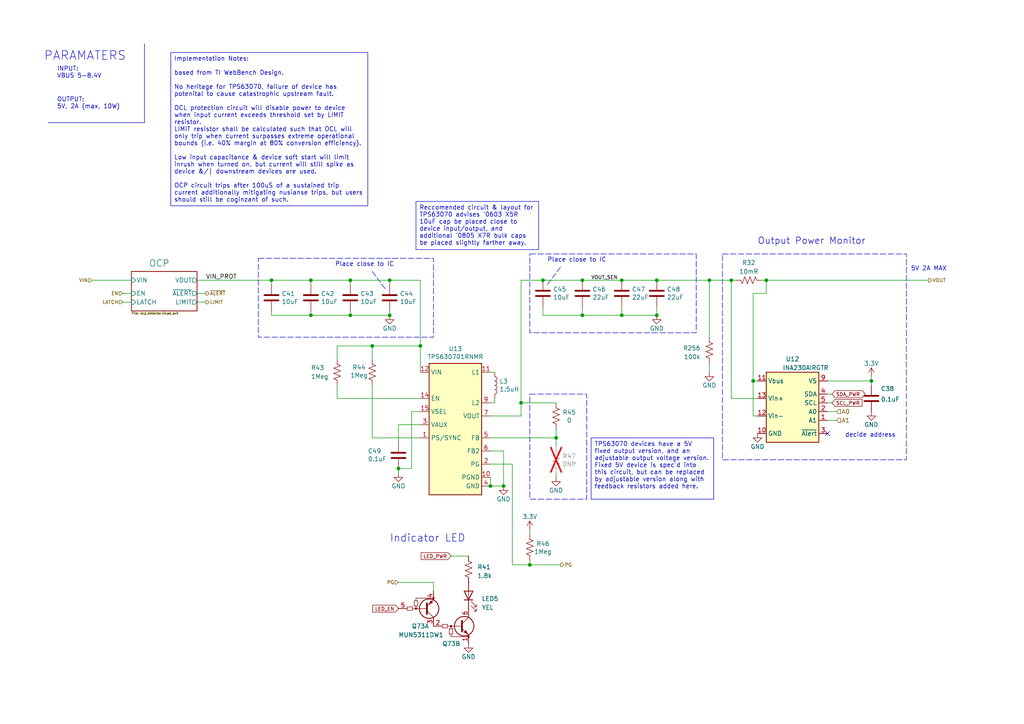
<source format=kicad_sch>
(kicad_sch (version 20230121) (generator eeschema)
  (paper "A4")
  (title_block (company "Sierra Lobo INC."))
  (lib_symbols
    (symbol "Device:C" (pin_numbers hide) (pin_names (offset 0.254))
      (property "Reference" "C" (at 0.635 2.54 0))
      (property "Value" "C" (at 0.635 -2.54 0))
      (symbol "C_0_1"
        (polyline (pts (xy -2.032 -0.762) (xy 2.032 -0.762)) (stroke (width 0.508)))
        (polyline (pts (xy -2.032 0.762) (xy 2.032 0.762)) (stroke (width 0.508)))
      )
      (symbol "C_1_1"
        (pin passive line (at 0 3.81 270) (length 2.794) (name "~") (number "1"))
        (pin passive line (at 0 -3.81 90) (length 2.794) (name "~") (number "2"))
      )
    )
    (symbol "Device:L" (pin_numbers hide) (pin_names (offset 1.016) hide)
      (property "Reference" "L" (at -1.27 0 90))
      (property "Value" "L" (at 1.905 0 90))
      (symbol "L_0_1"
        (arc (start 0 -2.54) (mid 0.6323 -1.905) (end 0 -1.27))
        (arc (start 0 -1.27) (mid 0.6323 -0.635) (end 0 0))
        (arc (start 0 0) (mid 0.6323 0.635) (end 0 1.27))
        (arc (start 0 1.27) (mid 0.6323 1.905) (end 0 2.54))
      )
      (symbol "L_1_1"
        (pin passive line (at 0 3.81 270) (length 1.27) (name "1") (number "1"))
        (pin passive line (at 0 -3.81 90) (length 1.27) (name "2") (number "2"))
      )
    )
    (symbol "Device:LED" (pin_numbers hide) (pin_names (offset 1.016) hide)
      (property "Reference" "D" (at 0 2.54 0))
      (property "Value" "LED" (at 0 -2.54 0))
      (symbol "LED_0_1"
        (polyline (pts (xy -1.27 -1.27) (xy -1.27 1.27)) (stroke (width 0.254)))
        (polyline (pts (xy -1.27 0) (xy 1.27 0)))
        (polyline (pts (xy 1.27 -1.27) (xy 1.27 1.27) (xy -1.27 0) (xy 1.27 -1.27)) (stroke (width 0.254)))
        (polyline (pts (xy -3.048 -0.762) (xy -4.572 -2.286) (xy -3.81 -2.286) (xy -4.572 -2.286) (xy -4.572 -1.524)))
        (polyline (pts (xy -1.778 -0.762) (xy -3.302 -2.286) (xy -2.54 -2.286) (xy -3.302 -2.286) (xy -3.302 -1.524)))
      )
      (symbol "LED_1_1"
        (pin passive line (at -3.81 0 0) (length 2.54) (name "K") (number "1"))
        (pin passive line (at 3.81 0 180) (length 2.54) (name "A") (number "2"))
      )
    )
    (symbol "Device:R_US" (pin_numbers hide) (pin_names (offset 0))
      (property "Reference" "R" (at 2.54 0 90))
      (property "Value" "R_US" (at -2.54 0 90))
      (symbol "R_US_0_1"
        (polyline (pts (xy 0 -2.286) (xy 0 -2.54)))
        (polyline (pts (xy 0 2.286) (xy 0 2.54)))
        (polyline (pts (xy 0 -0.762) (xy 1.016 -1.143) (xy 0 -1.524) (xy -1.016 -1.905) (xy 0 -2.286)))
        (polyline (pts (xy 0 0.762) (xy 1.016 0.381) (xy 0 0) (xy -1.016 -0.381) (xy 0 -0.762)))
        (polyline (pts (xy 0 2.286) (xy 1.016 1.905) (xy 0 1.524) (xy -1.016 1.143) (xy 0 0.762)))
      )
      (symbol "R_US_1_1"
        (pin passive line (at 0 3.81 270) (length 1.27) (name "~") (number "1"))
        (pin passive line (at 0 -3.81 90) (length 1.27) (name "~") (number "2"))
      )
    )
    (symbol "SierraLobo:INA230AxRGT"
      (property "Reference" "U" (at 1.27 1.27 0))
      (property "Value" "INA226A" (at 11.43 1.27 0))
      (symbol "INA230AxRGT_0_1"
        (rectangle (start 0 0) (end 15.24 -20.32) (stroke (width 0.254)) (fill (type background)))
      )
      (symbol "INA230AxRGT_1_1"
        (pin input line (at 17.78 -13.97 180) (length 2.54) (name "A1") (number "1"))
        (pin power_in line (at -2.54 -17.78 0) (length 2.54) (name "GND") (number "10"))
        (pin input line (at -2.54 -2.54 0) (length 2.54) (name "Vbus") (number "11"))
        (pin input line (at -2.54 -12.7 0) (length 2.54) (name "Vin-") (number "12"))
        (pin input line (at -2.54 -7.62 0) (length 2.54) (name "Vin+") (number "13"))
        (pin power_in line (at -2.54 -17.78 0) (length 2.54) hide (name "EP") (number "17"))
        (pin input line (at 17.78 -11.43 180) (length 2.54) (name "A0") (number "2"))
        (pin open_collector line (at 17.78 -17.78 180) (length 2.54) (name "~{Alert}") (number "3"))
        (pin bidirectional line (at 17.78 -6.35 180) (length 2.54) (name "SDA") (number "4"))
        (pin input line (at 17.78 -8.89 180) (length 2.54) (name "SCL") (number "5"))
        (pin power_in line (at 17.78 -2.54 180) (length 2.54) (name "VS") (number "9"))
      )
    )
    (symbol "SierraLobo:MUN5312DW1" (pin_names hide)
      (property "Reference" "Q" (at 3.81 1.27 0))
      (property "Value" "MUN5311DW1" (at 3.81 -1.27 0))
      (symbol "MUN5312DW1_0_1"
        (rectangle (start -6.35 0.508) (end -4.826 -0.508))
        (rectangle (start -4.318 -2.286) (end -3.302 -0.762))
        (circle (center -3.81 0) (radius 0.254) (fill (type outline)))
        (polyline (pts (xy -3.81 -0.762) (xy -3.81 0)))
        (polyline (pts (xy -0.762 0) (xy -4.826 0)))
        (polyline (pts (xy -0.635 1.524) (xy -0.635 -1.524)) (stroke (width 0.508)))
        (polyline (pts (xy -3.81 -2.286) (xy -3.81 -3.048) (xy 1.27 -3.048)))
        (circle (center 1.27 -3.048) (radius 0.254) (fill (type outline)))
      )
      (symbol "MUN5312DW1_1_1"
        (polyline (pts (xy -0.635 0.635) (xy 1.27 2.54)))
        (polyline (pts (xy -0.635 -0.635) (xy 1.27 -2.54) (xy 1.27 -2.54)))
        (polyline (pts (xy 1.016 -1.778) (xy 0.508 -2.286) (xy 0 -1.27) (xy 1.016 -1.778) (xy 1.016 -1.778)) (fill (type outline)))
        (circle (center 0 0) (radius 2.8194) (stroke (width 0.254)))
        (pin passive line (at 1.27 5.08 270) (length 2.54) (name "C1") (number "3"))
        (pin passive line (at 1.27 -5.08 90) (length 2.54) (name "E1") (number "4"))
        (pin input line (at -8.89 0 0) (length 2.54) (name "B1") (number "5"))
      )
      (symbol "MUN5312DW1_2_1"
        (polyline (pts (xy -0.635 0.635) (xy 1.27 2.54)))
        (polyline (pts (xy -0.635 -0.635) (xy 1.27 -2.54) (xy 1.27 -2.54)))
        (polyline (pts (xy 0 -1.778) (xy 0.508 -1.27) (xy 1.016 -2.286) (xy 0 -1.778) (xy 0 -1.778)) (fill (type outline)))
        (circle (center 0 0) (radius 2.8194) (stroke (width 0.254)))
        (pin passive line (at 1.27 -5.08 90) (length 2.54) (name "E2") (number "1"))
        (pin input line (at -8.89 0 0) (length 2.54) (name "B2") (number "2"))
        (pin passive line (at 1.27 5.08 270) (length 2.54) (name "C2") (number "6"))
      )
    )
    (symbol "SierraLobo:TPS63070"
      (property "Reference" "U" (at -7.62 13.97 0))
      (property "Value" "TPS63070" (at 2.54 13.97 0))
      (symbol "TPS63070_0_1"
        (rectangle (start -7.62 12.7) (end 7.62 -25.4) (stroke (width 0.254)) (fill (type background)))
      )
      (symbol "TPS63070_1_1"
        (pin input line (at -10.16 -8.89 0) (length 2.54) (name "PS/SYNC") (number "1"))
        (pin power_in line (at 10.16 -20.32 180) (length 2.54) (name "PGND") (number "10"))
        (pin input line (at 10.16 10.16 180) (length 2.54) (name "L1") (number "11"))
        (pin power_in line (at -10.16 10.16 0) (length 2.54) (name "VIN") (number "12"))
        (pin input line (at -10.16 2.54 0) (length 2.54) (name "EN") (number "14"))
        (pin passive line (at -10.16 -1.27 0) (length 2.54) (name "VSEL") (number "15"))
        (pin output line (at 10.16 -16.51 180) (length 2.54) (name "PG") (number "2"))
        (pin passive line (at -10.16 -5.08 0) (length 2.54) (name "VAUX") (number "3"))
        (pin power_in line (at 10.16 -22.86 180) (length 2.54) (name "GND") (number "4"))
        (pin input line (at 10.16 -8.89 180) (length 2.54) (name "FB") (number "5"))
        (pin input line (at 10.16 -12.7 180) (length 2.54) (name "FB2") (number "6"))
        (pin power_out line (at 10.16 -2.54 180) (length 2.54) (name "VOUT") (number "7"))
        (pin input line (at 10.16 1.27 180) (length 2.54) (name "L2") (number "9"))
      )
    )
    (symbol "mainboard:3.3V" (power) (pin_names (offset 1.016))
      (property "Value" "3.3V" (at -1.016 3.556 0))
      (symbol "3.3V_1_0"
        (polyline (pts (xy 0 2.54) (xy -0.762 1.27)))
        (polyline (pts (xy 0.762 1.27) (xy 0 2.54)))
        (pin power_in line (at 0 0 90) (length 2.54) (name "3.3V") (number "1"))
      )
    )
    (symbol "power:GND" (power) (pin_names (offset 0))
      (property "Value" "GND" (at 0 -3.81 0))
      (symbol "GND_0_1"
        (polyline (pts (xy 0 0) (xy 0 -1.27) (xy 1.27 -1.27) (xy 0 -2.54) (xy -1.27 -1.27) (xy 0 -1.27)))
      )
      (symbol "GND_1_1"
        (pin power_in line (at 0 0 270) (length 0) hide (name "GND") (number "1"))
      )
    )
  )
  (junction (at 190.5 81.28))
  (junction (at 168.91 81.28))
  (junction (at 212.09 81.28))
  (junction (at 115.57 135.89))
  (junction (at 190.5 91.44))
  (junction (at 78.74 81.28))
  (junction (at 113.03 91.44))
  (junction (at 142.24 140.97))
  (junction (at 151.13 116.84))
  (junction (at 113.03 81.28))
  (junction (at 205.74 81.28))
  (junction (at 252.73 110.49))
  (junction (at 168.91 91.44))
  (junction (at 107.95 100.33))
  (junction (at 90.17 91.44))
  (junction (at 157.48 81.28))
  (junction (at 161.29 127))
  (junction (at 101.6 91.44))
  (junction (at 101.6 81.28))
  (junction (at 90.17 81.28))
  (junction (at 146.05 140.97))
  (junction (at 153.67 163.83))
  (junction (at 180.34 81.28))
  (junction (at 180.34 91.44))
  (junction (at 121.92 100.33))
  (junction (at 222.25 81.28))
  (junction (at 218.44 110.49))
  (no_connect (at 240.03 125.73))
  (wire (pts (xy 151.13 81.28) (xy 157.48 81.28)))
  (wire (pts (xy 151.13 116.84) (xy 151.13 120.65)))
  (polyline (pts (xy 13.97 35.56) (xy 41.91 35.56)))
  (wire (pts (xy 212.09 115.57) (xy 219.71 115.57)))
  (wire (pts (xy 115.57 123.19) (xy 115.57 128.27)))
  (wire (pts (xy 78.74 90.17) (xy 78.74 91.44)))
  (wire (pts (xy 78.74 91.44) (xy 90.17 91.44)))
  (wire (pts (xy 142.24 127) (xy 161.29 127)))
  (wire (pts (xy 130.81 161.29) (xy 135.89 161.29)))
  (wire (pts (xy 242.57 119.38) (xy 240.03 119.38)))
  (wire (pts (xy 57.15 87.63) (xy 59.69 87.63)))
  (wire (pts (xy 146.05 140.97) (xy 146.05 130.81)))
  (wire (pts (xy 153.67 163.83) (xy 162.56 163.83)))
  (polyline (pts (xy 107.95 78.74) (xy 111.76 83.82)) (stroke (width 0) (type dash)))
  (wire (pts (xy 101.6 90.17) (xy 101.6 91.44)))
  (wire (pts (xy 119.38 135.89) (xy 115.57 135.89)))
  (wire (pts (xy 222.25 81.28) (xy 220.98 81.28)))
  (wire (pts (xy 218.44 110.49) (xy 218.44 120.65)))
  (wire (pts (xy 78.74 81.28) (xy 78.74 82.55)))
  (wire (pts (xy 97.79 100.33) (xy 107.95 100.33)))
  (wire (pts (xy 180.34 91.44) (xy 180.34 88.9)))
  (wire (pts (xy 57.15 81.28) (xy 78.74 81.28)))
  (wire (pts (xy 212.09 81.28) (xy 213.36 81.28)))
  (wire (pts (xy 242.57 121.92) (xy 240.03 121.92)))
  (wire (pts (xy 190.5 81.28) (xy 205.74 81.28)))
  (wire (pts (xy 113.03 91.44) (xy 113.03 90.17)))
  (wire (pts (xy 90.17 82.55) (xy 90.17 81.28)))
  (wire (pts (xy 143.51 116.84) (xy 142.24 116.84)))
  (wire (pts (xy 205.74 81.28) (xy 205.74 97.79)))
  (wire (pts (xy 115.57 123.19) (xy 121.92 123.19)))
  (wire (pts (xy 148.59 163.83) (xy 153.67 163.83)))
  (wire (pts (xy 119.38 119.38) (xy 119.38 135.89)))
  (wire (pts (xy 101.6 81.28) (xy 90.17 81.28)))
  (wire (pts (xy 121.92 81.28) (xy 121.92 100.33)))
  (wire (pts (xy 151.13 81.28) (xy 151.13 116.84)))
  (wire (pts (xy 115.57 168.91) (xy 125.73 168.91)))
  (wire (pts (xy 219.71 110.49) (xy 218.44 110.49)))
  (wire (pts (xy 153.67 153.67) (xy 153.67 154.94)))
  (wire (pts (xy 252.73 109.22) (xy 252.73 110.49)))
  (wire (pts (xy 90.17 91.44) (xy 101.6 91.44)))
  (wire (pts (xy 148.59 163.83) (xy 148.59 134.62)))
  (wire (pts (xy 218.44 120.65) (xy 219.71 120.65)))
  (wire (pts (xy 218.44 85.09) (xy 218.44 110.49)))
  (wire (pts (xy 157.48 81.28) (xy 168.91 81.28)))
  (wire (pts (xy 142.24 140.97) (xy 146.05 140.97)))
  (wire (pts (xy 205.74 105.41) (xy 205.74 107.95)))
  (wire (pts (xy 107.95 100.33) (xy 121.92 100.33)))
  (wire (pts (xy 125.73 168.91) (xy 125.73 171.45)))
  (wire (pts (xy 212.09 81.28) (xy 212.09 115.57)))
  (wire (pts (xy 107.95 111.76) (xy 107.95 127)))
  (wire (pts (xy 241.3 116.84) (xy 240.03 116.84)))
  (wire (pts (xy 107.95 127) (xy 121.92 127)))
  (wire (pts (xy 35.56 87.63) (xy 38.1 87.63)))
  (wire (pts (xy 190.5 91.44) (xy 180.34 91.44)))
  (wire (pts (xy 113.03 82.55) (xy 113.03 81.28)))
  (wire (pts (xy 142.24 138.43) (xy 142.24 140.97)))
  (wire (pts (xy 168.91 91.44) (xy 180.34 91.44)))
  (polyline (pts (xy 41.91 12.7) (xy 41.91 35.56)))
  (wire (pts (xy 148.59 134.62) (xy 142.24 134.62)))
  (wire (pts (xy 190.5 91.44) (xy 190.5 88.9)))
  (wire (pts (xy 26.67 81.28) (xy 38.1 81.28)))
  (wire (pts (xy 168.91 88.9) (xy 168.91 91.44)))
  (wire (pts (xy 161.29 127) (xy 161.29 129.54)))
  (wire (pts (xy 121.92 100.33) (xy 121.92 107.95)))
  (wire (pts (xy 153.67 162.56) (xy 153.67 163.83)))
  (wire (pts (xy 35.56 85.09) (xy 38.1 85.09)))
  (wire (pts (xy 222.25 81.28) (xy 269.24 81.28)))
  (wire (pts (xy 143.51 115.57) (xy 143.51 116.84)))
  (polyline (pts (xy 162.56 77.47) (xy 158.75 82.55)) (stroke (width 0) (type dash)))
  (wire (pts (xy 161.29 124.46) (xy 161.29 127)))
  (wire (pts (xy 157.48 91.44) (xy 168.91 91.44)))
  (wire (pts (xy 161.29 137.16) (xy 161.29 138.43)))
  (wire (pts (xy 157.48 91.44) (xy 157.48 88.9)))
  (wire (pts (xy 146.05 130.81) (xy 142.24 130.81)))
  (wire (pts (xy 101.6 82.55) (xy 101.6 81.28)))
  (wire (pts (xy 142.24 107.95) (xy 143.51 107.95)))
  (wire (pts (xy 240.03 110.49) (xy 252.73 110.49)))
  (wire (pts (xy 252.73 110.49) (xy 252.73 111.76)))
  (wire (pts (xy 78.74 81.28) (xy 90.17 81.28)))
  (wire (pts (xy 180.34 81.28) (xy 190.5 81.28)))
  (wire (pts (xy 241.3 114.3) (xy 240.03 114.3)))
  (wire (pts (xy 113.03 81.28) (xy 121.92 81.28)))
  (wire (pts (xy 90.17 90.17) (xy 90.17 91.44)))
  (wire (pts (xy 115.57 137.16) (xy 115.57 135.89)))
  (wire (pts (xy 97.79 100.33) (xy 97.79 104.14)))
  (wire (pts (xy 222.25 85.09) (xy 218.44 85.09)))
  (wire (pts (xy 119.38 119.38) (xy 121.92 119.38)))
  (wire (pts (xy 57.15 85.09) (xy 59.69 85.09)))
  (wire (pts (xy 101.6 81.28) (xy 113.03 81.28)))
  (wire (pts (xy 101.6 91.44) (xy 113.03 91.44)))
  (wire (pts (xy 97.79 115.57) (xy 121.92 115.57)))
  (wire (pts (xy 142.24 120.65) (xy 151.13 120.65)))
  (wire (pts (xy 97.79 111.76) (xy 97.79 115.57)))
  (wire (pts (xy 222.25 81.28) (xy 222.25 85.09)))
  (wire (pts (xy 151.13 116.84) (xy 161.29 116.84)))
  (wire (pts (xy 205.74 81.28) (xy 212.09 81.28)))
  (wire (pts (xy 107.95 100.33) (xy 107.95 104.14)))
  (wire (pts (xy 168.91 81.28) (xy 180.34 81.28)))
  (rectangle (start 153.67 114.3) (end 170.18 144.78) (stroke (width 0) (type dash)))
  (rectangle (start 153.67 73.66) (end 201.93 96.52) (stroke (width 0) (type dash)))
  (rectangle (start 209.55 73.66) (end 262.89 133.35) (stroke (width 0) (type dash)))
  (rectangle (start 74.93 74.93) (end 125.73 97.79) (stroke (width 0) (type dash)))
  (text_box "Reccomended circuit & layout for TPS63070 advises '0603 X5R 10uF cap be placed close to device input/output, and additional '0805 X7R bulk caps be placed slightly farther away." (at 120.65 58.42 0) (size 35.56 13.97) (effects (font (size 1.27 1.27)) (justify left top)))
  (text_box "Implementation Notes:\n\nbased from TI WebBench Design.\n\nNo heritage for TPS63070, failure of device has potenital to cause catastrophic upstream fault.\n\nOCL protection circuit will disable power to device when input current exceeds threshold set by LIMIT resistor.\nLIMIT resistor shall be calculated such that OCL will only trip when current surpasses extreme operational bounds (i.e. 40% margin at 80% conversion efficiency).\n\nLow input capacitance & device soft start will limit inrush when turned on, but current will still spike as device &/| downstream devices are used.\n\nOCP circuit trips after 100uS of a sustained trip current additionally mitigating nusianse trips, but users should still be coginzant of such.\n\n" (at 49.53 15.24 0) (size 57.15 44.45) (effects (font (size 1.27 1.27)) (justify left top)))
  (text_box "TPS63070 devices have a 5V fixed output version, and an adjustable output voltage version. \nFixed 5V device is spec'd into this circuit, but can be replaced by adjustable version along with feedback resistors added here." (at 171.45 127 0) (size 35.56 17.78) (effects (font (size 1.27 1.27)) (justify left top)))
  (text "PARAMATERS" (at 12.7 17.78 0) (effects (font (size 2.54 2.54)) (justify left bottom)))
  (text "INPUT:\nVBUS 5-8.4V\n" (at 16.51 22.86 0) (effects (font (size 1.27 1.27)) (justify left bottom)))
  (text "Place close to IC" (at 114.3 77.47 0) (effects (font (size 1.27 1.27)) (justify right bottom)))
  (text "Indicator LED" (at 113.03 157.48 0) (effects (font (size 2.159 2.159)) (justify left bottom)))
  (text "5V 2A MAX" (at 264.16 78.74 0) (effects (font (size 1.27 1.27)) (justify left bottom)))
  (text "Output Power Monitor" (at 219.71 71.12 0) (effects (font (size 1.905 1.905)) (justify left bottom)))
  (text "decide address" (at 245.11 127 0) (effects (font (size 1.27 1.27)) (justify left bottom)))
  (text "OUTPUT:\n5V, 2A (max, 10W)" (at 16.51 31.75 0) (effects (font (size 1.27 1.27)) (justify left bottom)))
  (text "Place close to IC" (at 158.75 76.2 0) (effects (font (size 1.27 1.27)) (justify left bottom)))
  (label "VOUT_SEN" (at 171.45 81.28 0) (effects (font (size 1.016 1.016))))
  (label "VIN_PROT" (at 59.69 81.28 0))
  (global_label "LED_EN" (shape input) (at 115.57 176.53 180) (effects (font (size 1.016 1.016))) (property "Intersheetrefs" "${INTERSHEET_REFS}" (effects hide)))
  (global_label "SCL_PWR" (shape input) (at 241.3 116.84 0) (effects (font (size 1.016 1.016))) (property "Intersheetrefs" "${INTERSHEET_REFS}" (effects hide)))
  (global_label "SDA_PWR" (shape bidirectional) (at 241.3 114.3 0) (effects (font (size 1.016 1.016))) (property "Intersheetrefs" "${INTERSHEET_REFS}" (effects hide)))
  (global_label "LED_PWR" (shape input) (at 130.81 161.29 180) (effects (font (size 1.016 1.016))) (property "Intersheetrefs" "${INTERSHEET_REFS}" (effects hide)))
  (hierarchical_label "EN" (shape input) (at 35.56 85.09 180) (effects (font (size 1.016 1.016))))
  (hierarchical_label "LIMIT" (shape output) (at 59.69 87.63 0) (effects (font (size 1.016 1.016))))
  (hierarchical_label "LATCH" (shape input) (at 35.56 87.63 180) (effects (font (size 1.016 1.016))))
  (hierarchical_label "~{ALERT}" (shape output) (at 59.69 85.09 0) (effects (font (size 1.016 1.016))))
  (hierarchical_label "PG" (shape input) (at 115.57 168.91 180) (effects (font (size 1.016 1.016))))
  (hierarchical_label "A1" (shape input) (at 242.57 121.92 0))
  (hierarchical_label "VOUT" (shape output) (at 269.24 81.28 0) (effects (font (size 1.016 1.016))))
  (hierarchical_label "VIN" (shape input) (at 26.67 81.28 180) (effects (font (size 1.016 1.016))))
  (hierarchical_label "A0" (shape input) (at 242.57 119.38 0))
  (hierarchical_label "PG" (shape output) (at 162.56 163.83 0) (effects (font (size 1.016 1.016))))
  (symbol (lib_id "SierraLobo:TPS63070") (at 132.08 118.11 0) (unit 1)
    (property "Reference" "U13" (at 132.08 101.1682 0))
    (property "Value" "TPS630701RNMR" (at 132.08 103.4796 0))
    (property "Footprint" "SierraLobo:TPS63070RNMR" (effects hide))
    (property "Mfr. Part No" "TPS630701RNMR" (effects hide))
    (instances (project "mainboard" (path "" (reference "U13") (unit 1)) (path "" (reference "U20") (unit 1))))
  )
  (symbol (lib_id "Device:C") (at 115.57 132.08 180) (unit 1)
    (property "Reference" "C49" (at 106.68 130.81 0) (effects (justify right)))
    (property "Value" "0.1uF" (at 106.68 133.1214 0) (effects (justify right)))
    (property "Footprint" "Capacitor_SMD:C_0402_1005Metric" (effects hide))
    (instances (project "mainboard" (path "" (reference "C49") (unit 1)) (path "" (reference "C65") (unit 1))))
  )
  (symbol (lib_id "Device:C") (at 113.03 86.36 0) (unit 1)
    (property "Reference" "C44" (at 115.951 85.1916 0) (effects (justify left)))
    (property "Value" "10uF" (at 115.951 87.503 0) (effects (justify left)))
    (property "Footprint" "Capacitor_SMD:C_0603_1608Metric" (effects hide))
    (property "Mfr. Part No" "GRT188R61E106ME13D" (effects hide))
    (instances (project "mainboard" (path "" (reference "C44") (unit 1)) (path "" (reference "C60") (unit 1))))
  )
  (symbol (lib_id "Device:C") (at 101.6 86.36 0) (unit 1)
    (property "Reference" "C43" (at 104.521 85.1916 0) (effects (justify left)))
    (property "Value" "10uF" (at 104.521 87.503 0) (effects (justify left)))
    (property "Footprint" "Capacitor_SMD:C_0805_2012Metric" (effects hide))
    (property "Mfr. Part No" "CGA4J1X7S1E106K125AE" (effects hide))
    (instances (project "mainboard" (path "" (reference "C43") (unit 1)) (path "" (reference "C59") (unit 1))))
  )
  (symbol (lib_id "Device:C") (at 90.17 86.36 0) (unit 1)
    (property "Reference" "C42" (at 93.091 85.1916 0) (effects (justify left)))
    (property "Value" "10uF" (at 93.091 87.503 0) (effects (justify left)))
    (property "Footprint" "Capacitor_SMD:C_0805_2012Metric" (effects hide))
    (property "Mfr. Part No" "CGA4J1X7S1E106K125AE" (effects hide))
    (instances (project "mainboard" (path "" (reference "C42") (unit 1)) (path "" (reference "C58") (unit 1))))
  )
  (symbol (lib_id "power:GND") (at 113.03 91.44 0) (unit 1)
    (property "Reference" "#PWR078" (effects hide))
    (property "Value" "GND" (at 113.03 95.25 0))
    (instances (project "mainboard" (path "" (reference "#PWR078") (unit 1)) (path "" (reference "#PWR0110") (unit 1))))
  )
  (symbol (lib_id "power:GND") (at 115.57 137.16 0) (unit 1)
    (property "Reference" "#PWR080" (effects hide))
    (property "Value" "GND" (at 115.57 140.97 0))
    (instances (project "mainboard" (path "" (reference "#PWR080") (unit 1)) (path "" (reference "#PWR0112") (unit 1))))
  )
  (symbol (lib_id "Device:L") (at 143.51 111.76 0) (unit 1)
    (property "Reference" "L3" (at 144.8562 110.5916 0) (effects (justify left)))
    (property "Value" "1.5uH" (at 144.8562 112.903 0) (effects (justify left)))
    (property "Footprint" "SierraLobo:L_Wuerth_HCI-5040" (effects hide))
    (property "Mfr. Part No" "744316150" (effects hide))
    (instances (project "mainboard" (path "" (reference "L3") (unit 1)) (path "" (reference "L4") (unit 1))))
  )
  (symbol (lib_id "power:GND") (at 146.05 140.97 0) (unit 1)
    (property "Reference" "#PWR082" (effects hide))
    (property "Value" "GND" (at 146.05 144.78 0))
    (instances (project "mainboard" (path "" (reference "#PWR082") (unit 1)) (path "" (reference "#PWR0114") (unit 1))))
  )
  (symbol (lib_id "Device:C") (at 168.91 85.09 0) (unit 1)
    (property "Reference" "C46" (at 171.831 83.9216 0) (effects (justify left)))
    (property "Value" "22uF" (at 171.831 86.233 0) (effects (justify left)))
    (property "Footprint" "Capacitor_SMD:C_0805_2012Metric" (effects hide))
    (property "Mfr. Part No" "GRT21BR61C226ME13K" (effects hide))
    (instances (project "mainboard" (path "" (reference "C46") (unit 1)) (path "" (reference "C62") (unit 1))))
  )
  (symbol (lib_id "Device:C") (at 180.34 85.09 0) (unit 1)
    (property "Reference" "C47" (at 183.261 83.9216 0) (effects (justify left)))
    (property "Value" "22uF" (at 183.261 86.233 0) (effects (justify left)))
    (property "Footprint" "Capacitor_SMD:C_0805_2012Metric" (effects hide))
    (property "Mfr. Part No" "GRT21BR61C226ME13K" (effects hide))
    (instances (project "mainboard" (path "" (reference "C47") (unit 1)) (path "" (reference "C63") (unit 1))))
  )
  (symbol (lib_id "power:GND") (at 190.5 91.44 0) (unit 1)
    (property "Reference" "#PWR079" (effects hide))
    (property "Value" "GND" (at 190.5 95.25 0))
    (instances (project "mainboard" (path "" (reference "#PWR079") (unit 1)) (path "" (reference "#PWR0111") (unit 1))))
  )
  (symbol (lib_id "Device:C") (at 190.5 85.09 0) (unit 1)
    (property "Reference" "C48" (at 193.421 83.9216 0) (effects (justify left)))
    (property "Value" "22uF" (at 193.421 86.233 0) (effects (justify left)))
    (property "Footprint" "Capacitor_SMD:C_0805_2012Metric" (effects hide))
    (property "Mfr. Part No" "GRT21BR61C226ME13K" (effects hide))
    (instances (project "mainboard" (path "" (reference "C48") (unit 1)) (path "" (reference "C64") (unit 1))))
  )
  (symbol (lib_id "Device:R_US") (at 205.74 101.6 0) (unit 1)
    (property "Reference" "R256" (at 203.2 100.965 0) (effects (justify right)))
    (property "Value" "100k" (at 203.2 103.505 0) (effects (justify right)))
    (property "Footprint" "Resistor_SMD:R_0402_1005Metric" (effects hide))
    (instances (project "mainboard" (path "" (reference "R256") (unit 1)) (path "" (reference "R48") (unit 1)) (path "" (reference "R108") (unit 1))))
  )
  (symbol (lib_id "mainboard:3.3V") (at 252.73 109.22 0) (unit 1)
    (property "Reference" "#SUPPLY022" (effects hide))
    (property "Value" "3.3V" (at 252.73 105.41 0))
    (instances (project "mainboard" (path "" (reference "#SUPPLY022") (unit 1)) (path "" (reference "#SUPPLY028") (unit 1)) (path "" (reference "#SUPPLY031") (unit 1)) (path "" (reference "#SUPPLY033") (unit 1))))
  )
  (symbol (lib_id "power:GND") (at 135.89 186.69 0) (unit 1)
    (property "Reference" "#PWR0189" (effects hide))
    (property "Value" "GND" (at 135.89 190.5 0))
    (instances (project "mainboard" (path "" (reference "#PWR0189") (unit 1)) (path "" (reference "#PWR0187") (unit 1)) (path "" (reference "#PWR072") (unit 1)) (path "" (reference "#PWR086") (unit 1)) (path "" (reference "#PWR0118") (unit 1))))
  )
  (symbol (lib_id "Device:C") (at 157.48 85.09 0) (unit 1)
    (property "Reference" "C45" (at 160.401 83.9216 0) (effects (justify left)))
    (property "Value" "10uF" (at 160.401 86.233 0) (effects (justify left)))
    (property "Footprint" "Capacitor_SMD:C_0603_1608Metric" (effects hide))
    (property "Mfr. Part No" "GRT188R61E106ME13D" (effects hide))
    (instances (project "mainboard" (path "" (reference "C45") (unit 1)) (path "" (reference "C61") (unit 1))))
  )
  (symbol (lib_id "power:GND") (at 252.73 119.38 0) (unit 1)
    (property "Reference" "#PWR057" (effects hide))
    (property "Value" "GND" (at 252.73 123.19 0))
    (instances (project "mainboard" (path "" (reference "#PWR057") (unit 1)) (path "" (reference "#PWR083") (unit 1)) (path "" (reference "#PWR0115") (unit 1))))
  )
  (symbol (lib_id "Device:R_US") (at 135.89 165.1 180) (unit 1)
    (property "Reference" "R41" (at 138.43 164.465 0) (effects (justify right)))
    (property "Value" "1.8k" (at 138.43 167.005 0) (effects (justify right)))
    (property "Footprint" "Resistor_SMD:R_0402_1005Metric" (effects hide))
    (instances (project "mainboard" (path "" (reference "R41") (unit 1)) (path "" (reference "R39") (unit 1)) (path "" (reference "R49") (unit 1)) (path "" (reference "R109") (unit 1))))
  )
  (symbol (lib_id "SierraLobo:INA230AxRGT") (at 222.25 107.95 0) (unit 1)
    (property "Reference" "U12" (at 229.87 104.14 0))
    (property "Value" "INA230AIRGTR" (at 233.68 106.68 0))
    (property "Footprint" "SierraLobo:INA230AIRGTR" (effects hide))
    (property "Datasheet" "http://www.ti.com/lit/ds/symlink/ina226.pdf" (effects hide))
    (property "Mfr. Part No" "INA230AIRGTR" (effects hide))
    (instances (project "mainboard" (path "" (reference "U12") (unit 1)) (path "" (reference "U14") (unit 1)) (path "" (reference "U21") (unit 1))))
  )
  (symbol (lib_id "Device:R_US") (at 153.67 158.75 0) (unit 1)
    (property "Reference" "R46" (at 157.48 157.7086 0))
    (property "Value" "1Meg" (at 157.48 160.02 0))
    (property "Footprint" "Resistor_SMD:R_0402_1005Metric" (effects hide))
    (instances (project "mainboard" (path "" (reference "R46") (unit 1)) (path "" (reference "R106") (unit 1))))
  )
  (symbol (lib_id "SierraLobo:MUN5312DW1") (at 134.62 181.61 0) (unit 2)
    (property "Reference" "Q73" (at 128.27 186.69 0) (effects (justify left)))
    (property "Value" "MUN5311DW1" (effects hide))
    (property "Footprint" "Package_TO_SOT_SMD:SOT-363_SC-70-6" (effects hide))
    (property "Datasheet" "https://www.onsemi.com/pdf/datasheet/dtc124ep-d.pdf" (effects hide))
    (instances (project "mainboard" (path "" (reference "Q73") (unit 2)) (path "" (reference "Q74") (unit 2)) (path "" (reference "Q1") (unit 2)) (path "" (reference "Q3") (unit 2)) (path "" (reference "Q24") (unit 2))))
  )
  (symbol (lib_id "Device:R_US") (at 107.95 107.95 0) (unit 1)
    (property "Reference" "R44" (at 104.14 106.553 0))
    (property "Value" "1Meg" (at 104.14 108.8644 0))
    (property "Footprint" "Resistor_SMD:R_0402_1005Metric" (effects hide))
    (instances (project "mainboard" (path "" (reference "R44") (unit 1)) (path "" (reference "R104") (unit 1))))
  )
  (symbol (lib_id "power:GND") (at 205.74 107.95 0) (unit 1)
    (property "Reference" "#PWR0185" (effects hide))
    (property "Value" "GND" (at 205.74 111.76 0))
    (instances (project "mainboard" (path "" (reference "#PWR0185") (unit 1)) (path "" (reference "#PWR085") (unit 1)) (path "" (reference "#PWR0117") (unit 1))))
  )
  (symbol (lib_id "mainboard:3.3V") (at 153.67 153.67 0) (unit 1)
    (property "Reference" "#SUPPLY022" (effects hide))
    (property "Value" "3.3V" (at 153.67 149.86 0))
    (instances (project "mainboard" (path "" (reference "#SUPPLY022") (unit 1)) (path "" (reference "#SUPPLY028") (unit 1)) (path "" (reference "#SUPPLY026") (unit 1)) (path "" (reference "#SUPPLY043") (unit 1))))
  )
  (symbol (lib_id "power:GND") (at 219.71 125.73 0) (unit 1)
    (property "Reference" "#PWR059" (effects hide))
    (property "Value" "GND" (at 219.71 129.54 0))
    (instances (project "mainboard" (path "" (reference "#PWR059") (unit 1)) (path "" (reference "#PWR084") (unit 1)) (path "" (reference "#PWR0116") (unit 1))))
  )
  (symbol (lib_id "power:GND") (at 161.29 138.43 0) (unit 1)
    (property "Reference" "#PWR081" (effects hide))
    (property "Value" "GND" (at 161.29 142.24 0))
    (instances (project "mainboard" (path "" (reference "#PWR081") (unit 1)) (path "" (reference "#PWR0113") (unit 1))))
  )
  (symbol (lib_id "Device:R_US") (at 161.29 133.35 0) (unit 1) (dnp yes)
    (property "Reference" "R47" (at 165.1 132.3086 0))
    (property "Value" "DNP" (at 165.1 134.62 0))
    (property "Footprint" "Resistor_SMD:R_0603_1608Metric" (effects hide))
    (instances (project "mainboard" (path "" (reference "R47") (unit 1)) (path "" (reference "R107") (unit 1))))
  )
  (symbol (lib_id "Device:R_US") (at 161.29 120.65 0) (unit 1)
    (property "Reference" "R45" (at 165.1 119.6086 0))
    (property "Value" "0" (at 165.1 121.92 0))
    (property "Footprint" "Resistor_SMD:R_0603_1608Metric" (effects hide))
    (instances (project "mainboard" (path "" (reference "R45") (unit 1)) (path "" (reference "R105") (unit 1))))
  )
  (symbol (lib_id "Device:C") (at 252.73 115.57 0) (unit 1)
    (property "Reference" "C38" (at 255.4732 112.7506 0) (effects (justify left)))
    (property "Value" "0.1uF" (at 255.4732 115.824 0) (effects (justify left)))
    (property "Footprint" "Capacitor_SMD:C_0402_1005Metric" (effects hide))
    (instances (project "mainboard" (path "" (reference "C38") (unit 1)) (path "" (reference "C50") (unit 1)) (path "" (reference "C66") (unit 1))))
  )
  (symbol (lib_id "Device:LED") (at 135.89 172.72 90) (unit 1)
    (property "Reference" "LED5" (at 139.7 173.6725 90) (effects (justify right)))
    (property "Value" "YEL" (at 139.7 176.2125 90) (effects (justify right)))
    (property "Footprint" "LED_SMD:LED_0402_1005Metric" (effects hide))
    (instances (project "mainboard" (path "" (reference "LED5") (unit 1)) (path "" (reference "D19") (unit 1)) (path "" (reference "D3") (unit 1)) (path "" (reference "D5") (unit 1))))
  )
  (symbol (lib_id "Device:R_US") (at 97.79 107.95 0) (unit 1)
    (property "Reference" "R43" (at 90.17 106.68 0) (effects (justify left)))
    (property "Value" "1Meg" (at 90.17 109.22 0) (effects (justify left)))
    (property "Footprint" "Resistor_SMD:R_0402_1005Metric" (effects hide))
    (instances (project "mainboard" (path "" (reference "R43") (unit 1)) (path "" (reference "R103") (unit 1))))
  )
  (symbol (lib_id "SierraLobo:MUN5312DW1") (at 124.46 176.53 0) (mirror x) (unit 1)
    (property "Reference" "Q73" (at 119.38 181.61 0) (effects (justify left)))
    (property "Value" "MUN5311DW1" (at 115.57 184.15 0) (effects (justify left)))
    (property "Footprint" "Package_TO_SOT_SMD:SOT-363_SC-70-6" (effects hide))
    (property "Datasheet" "https://www.onsemi.com/pdf/datasheet/dtc124ep-d.pdf" (effects hide))
    (instances (project "mainboard" (path "" (reference "Q73") (unit 1)) (path "" (reference "Q74") (unit 1)) (path "" (reference "Q1") (unit 1)) (path "" (reference "Q3") (unit 1)) (path "" (reference "Q24") (unit 1))))
  )
  (symbol (lib_id "Device:C") (at 78.74 86.36 0) (unit 1)
    (property "Reference" "C41" (at 81.661 85.1916 0) (effects (justify left)))
    (property "Value" "10uF" (at 81.661 87.503 0) (effects (justify left)))
    (property "Footprint" "Capacitor_SMD:C_0805_2012Metric" (effects hide))
    (property "Mfr. Part No" "CGA4J1X7S1E106K125AE" (effects hide))
    (instances (project "mainboard" (path "" (reference "C41") (unit 1)) (path "" (reference "C57") (unit 1))))
  )
  (symbol (lib_id "Device:R_US") (at 217.17 81.28 270) (mirror x) (unit 1)
    (property "Reference" "R32" (at 217.17 76.2 90))
    (property "Value" "10mR" (at 217.17 78.74 90))
    (property "Footprint" "Resistor_SMD:R_1206_3216Metric" (effects hide))
    (instances (project "mainboard" (path "" (reference "R32") (unit 1)) (path "" (reference "R42") (unit 1)) (path "" (reference "R102") (unit 1))))
  )
  (sheet (at 38.1 78.74) (size 19.05 11.43) (stroke (width 0.1524))
    (property "Sheetname" "OCP" (at 43.18 77.47 0) (effects (font (size 1.905 1.905)) (justify left bottom)))
    (property "Sheetfile" "ocp_detector.kicad_sch" (at 38.1 90.5006 0) (effects (font (size 0.635 0.635)) (justify left top)))
    (pin "EN" input (at 38.1 85.09 180))
    (pin "~{ALERT}" output (at 57.15 85.09 0))
    (pin "LATCH" input (at 38.1 87.63 180))
    (pin "LIMIT" output (at 57.15 87.63 0))
    (pin "VIN" input (at 38.1 81.28 180))
    (pin "VOUT" output (at 57.15 81.28 0))
  )
)
</source>
